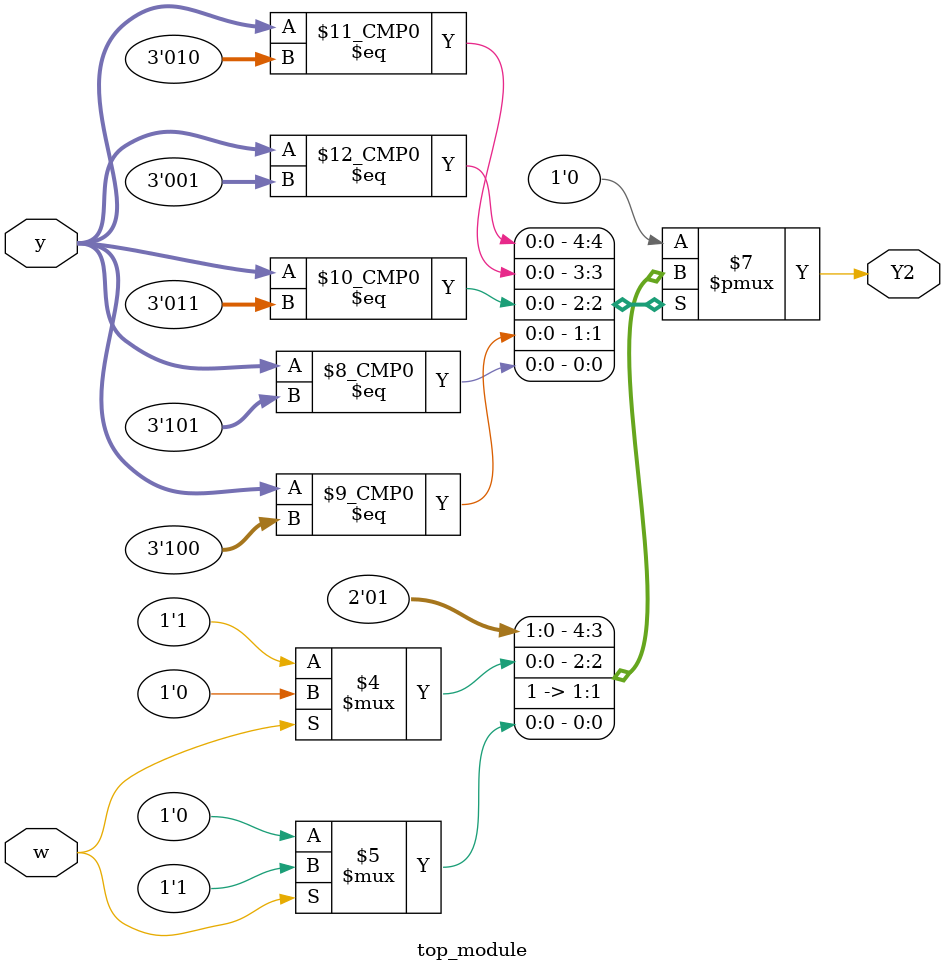
<source format=sv>
module top_module(
    input [3:1] y,
    input w,
    output reg Y2);

    always @(*) begin
        case (y)
            3'b000: Y2 = 1'b0;                      // State A
            3'b001: Y2 = w ? 1'b0 : 1'b0;           // State B: (1 -> D), (0 -> C)
            3'b010: Y2 = w ? 1'b1 : 1'b1;           // State C: (1 -> D), (0 -> E)
            3'b011: Y2 = w ? 1'b0 : 1'b1;           // State D: (1 -> A), (0 -> F)
            3'b100: Y2 = 1'b1;                      // State E
            3'b101: Y2 = w ? 1'b1 : 1'b0;           // State F: (1 -> D), (0 -> C)
            default: Y2 = 1'b0;                     // Default case
        endcase
    end

endmodule

</source>
